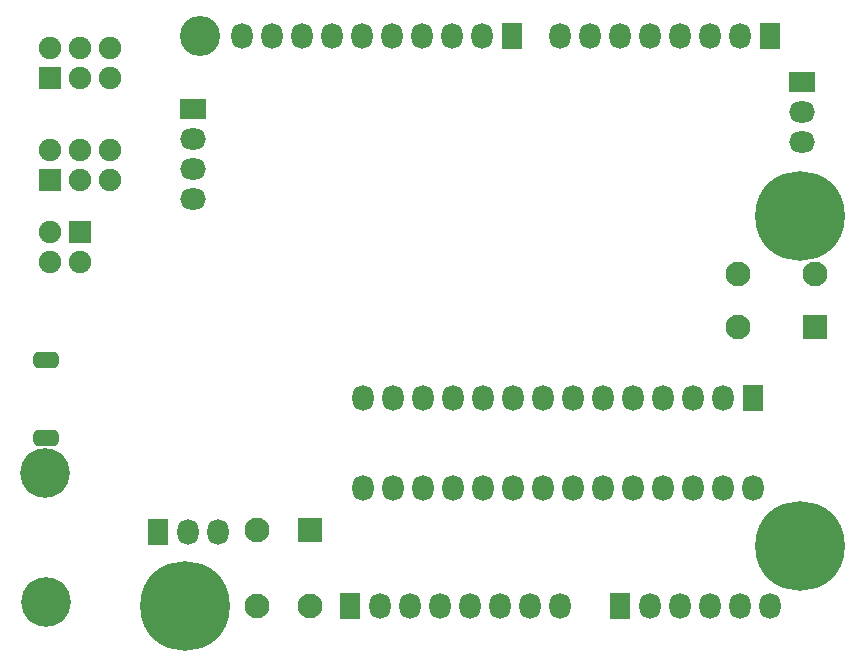
<source format=gbs>
G04*
G04 #@! TF.GenerationSoftware,Altium Limited,Altium Designer,19.0.15 (446)*
G04*
G04 Layer_Color=16711935*
%FSLAX44Y44*%
%MOMM*%
G71*
G01*
G75*
%ADD38R,2.1000X2.1000*%
%ADD57C,3.4000*%
%ADD58R,2.2000X1.8000*%
%ADD59O,2.2000X1.8000*%
G04:AMPARAMS|DCode=60|XSize=2.2mm|YSize=1.4mm|CornerRadius=0.46mm|HoleSize=0mm|Usage=FLASHONLY|Rotation=0.000|XOffset=0mm|YOffset=0mm|HoleType=Round|Shape=RoundedRectangle|*
%AMROUNDEDRECTD60*
21,1,2.2000,0.4800,0,0,0.0*
21,1,1.2800,1.4000,0,0,0.0*
1,1,0.9200,0.6400,-0.2400*
1,1,0.9200,-0.6400,-0.2400*
1,1,0.9200,-0.6400,0.2400*
1,1,0.9200,0.6400,0.2400*
%
%ADD60ROUNDEDRECTD60*%
%ADD61R,1.8000X2.2000*%
%ADD62O,1.8000X2.2000*%
%ADD63R,1.9000X1.9000*%
%ADD64C,1.9000*%
%ADD65C,7.6000*%
%ADD66C,4.2000*%
%ADD67C,2.1000*%
%ADD68R,2.1000X2.1000*%
D38*
X245414Y90294D02*
D03*
D57*
X152400Y508000D02*
D03*
D58*
X662000Y469000D02*
D03*
X146000Y446000D02*
D03*
D59*
X662000Y443600D02*
D03*
Y418200D02*
D03*
X146000Y369800D02*
D03*
Y395200D02*
D03*
Y420600D02*
D03*
D60*
X21995Y168000D02*
D03*
Y234000D02*
D03*
D61*
X116200Y88000D02*
D03*
X416560Y508000D02*
D03*
X635000D02*
D03*
X508000Y25400D02*
D03*
X279400D02*
D03*
X620650Y201930D02*
D03*
D62*
X141600Y88000D02*
D03*
X167000D02*
D03*
X187960Y508000D02*
D03*
X213360D02*
D03*
X238760D02*
D03*
X264160D02*
D03*
X289560D02*
D03*
X314960D02*
D03*
X340360D02*
D03*
X365760D02*
D03*
X391160D02*
D03*
X609600D02*
D03*
X584200D02*
D03*
X558800D02*
D03*
X533400D02*
D03*
X508000D02*
D03*
X482600D02*
D03*
X457200D02*
D03*
X635000Y25400D02*
D03*
X609600D02*
D03*
X584200D02*
D03*
X558800D02*
D03*
X533400D02*
D03*
X304800D02*
D03*
X330200D02*
D03*
X355600D02*
D03*
X381000D02*
D03*
X406400D02*
D03*
X431800D02*
D03*
X457200D02*
D03*
X595250Y201930D02*
D03*
X569850D02*
D03*
X544450D02*
D03*
X519050D02*
D03*
X493650D02*
D03*
X468250D02*
D03*
X442850D02*
D03*
X417450D02*
D03*
X392050D02*
D03*
X366650D02*
D03*
X341250D02*
D03*
X315850D02*
D03*
X290450D02*
D03*
X620650Y125730D02*
D03*
X595250D02*
D03*
X569850D02*
D03*
X544450D02*
D03*
X519050D02*
D03*
X493650D02*
D03*
X468250D02*
D03*
X442850D02*
D03*
X417450D02*
D03*
X392050D02*
D03*
X366650D02*
D03*
X341250D02*
D03*
X315850D02*
D03*
X290450D02*
D03*
D63*
X50800Y342000D02*
D03*
X25400Y386080D02*
D03*
Y472440D02*
D03*
D64*
Y342000D02*
D03*
X50800Y316600D02*
D03*
X25400D02*
D03*
X76200Y411480D02*
D03*
X50800D02*
D03*
X25400D02*
D03*
X76200Y386080D02*
D03*
X50800D02*
D03*
X76200Y497840D02*
D03*
X50800D02*
D03*
X25400D02*
D03*
X76200Y472440D02*
D03*
X50800D02*
D03*
D65*
X660400Y76200D02*
D03*
X139700Y25400D02*
D03*
X660400Y355600D02*
D03*
D66*
X21539Y28626D02*
D03*
X21233Y138228D02*
D03*
D67*
X200414Y90294D02*
D03*
Y25294D02*
D03*
X245414D02*
D03*
X672536Y306834D02*
D03*
X607536D02*
D03*
Y261834D02*
D03*
D68*
X672536D02*
D03*
M02*

</source>
